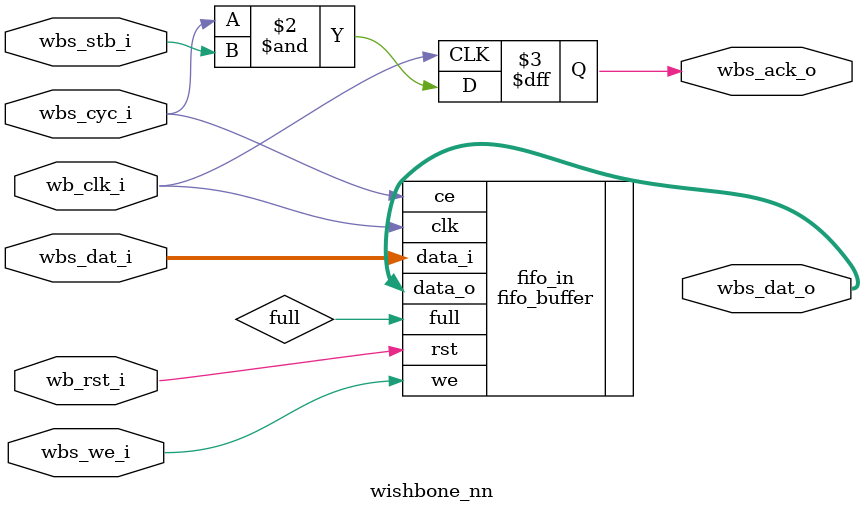
<source format=v>
module wishbone_nn #(
    //parameter [31:0] ADDRESS = 32'h30000000
    )(
    `ifdef USE_POWER_PINS
        inout vccd1,	// User area 1 1.8V supply
        inout vssd1,	// User area 1 digital ground
    `endif

    input wire wb_clk_i,
    input wire wb_rst_i,
    input wire wbs_stb_i,
    input wire wbs_cyc_i,
    input wire wbs_we_i,
    //input wire [3:0] wbs_sel_i,
    input wire [31:0] wbs_dat_i,
    //input wire [31:0] wbs_adr_i,
    output reg wbs_ack_o,
    output wire [31:0] wbs_dat_o
);
    wire full;
    always @ (posedge wb_clk_i) begin 
        wbs_ack_o <= wbs_cyc_i & wbs_stb_i;
    end
    fifo_buffer fifo_in (
        .clk(wb_clk_i),
        .we(wbs_we_i),
        .rst(wb_rst_i),
        .ce(wbs_cyc_i),
        .full(full),
        .data_i(wbs_dat_i),
        .data_o(wbs_dat_o)
    );

endmodule


</source>
